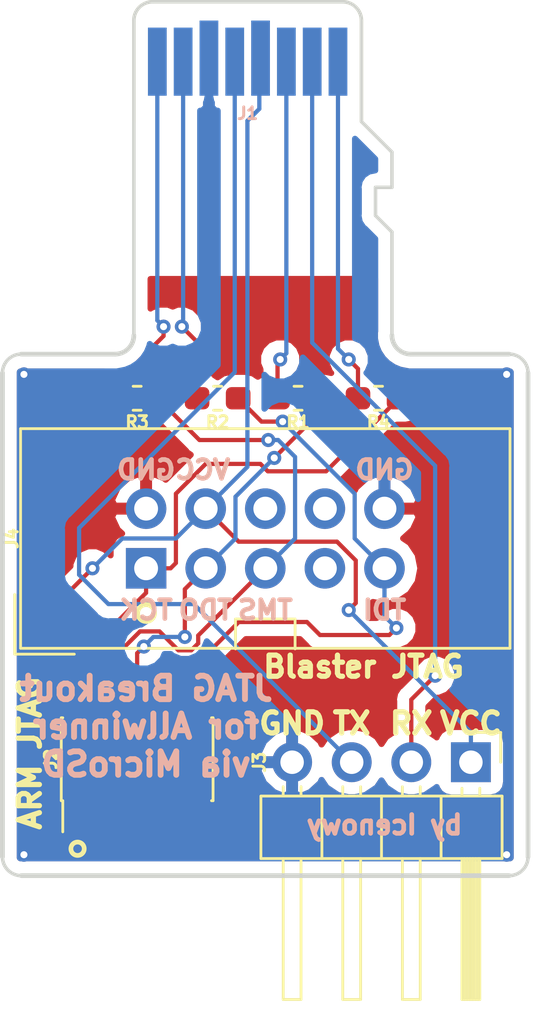
<source format=kicad_pcb>
(kicad_pcb (version 20171130) (host pcbnew 5.0.2)

  (general
    (thickness 0.8)
    (drawings 42)
    (tracks 133)
    (zones 0)
    (modules 8)
    (nets 18)
  )

  (page A4)
  (layers
    (0 F.Cu signal)
    (31 B.Cu signal)
    (32 B.Adhes user)
    (33 F.Adhes user)
    (34 B.Paste user)
    (35 F.Paste user)
    (36 B.SilkS user)
    (37 F.SilkS user)
    (38 B.Mask user)
    (39 F.Mask user)
    (40 Dwgs.User user)
    (41 Cmts.User user)
    (42 Eco1.User user)
    (43 Eco2.User user)
    (44 Edge.Cuts user)
    (45 Margin user)
    (46 B.CrtYd user)
    (47 F.CrtYd user)
    (48 B.Fab user)
    (49 F.Fab user)
  )

  (setup
    (last_trace_width 0.18)
    (trace_clearance 0.18)
    (zone_clearance 0.508)
    (zone_45_only no)
    (trace_min 0.18)
    (segment_width 0.2)
    (edge_width 0.15)
    (via_size 0.6)
    (via_drill 0.3)
    (via_min_size 0.4)
    (via_min_drill 0.3)
    (uvia_size 0.3)
    (uvia_drill 0.1)
    (uvias_allowed no)
    (uvia_min_size 0.2)
    (uvia_min_drill 0.1)
    (pcb_text_width 0.3)
    (pcb_text_size 1.5 1.5)
    (mod_edge_width 0.15)
    (mod_text_size 0.5 0.5)
    (mod_text_width 0.125)
    (pad_size 1.524 1.524)
    (pad_drill 0.762)
    (pad_to_mask_clearance 0.051)
    (solder_mask_min_width 0.25)
    (aux_axis_origin 106.4 60.2)
    (visible_elements FFFFFF7F)
    (pcbplotparams
      (layerselection 0x010fc_ffffffff)
      (usegerberextensions false)
      (usegerberattributes false)
      (usegerberadvancedattributes false)
      (creategerberjobfile false)
      (excludeedgelayer true)
      (linewidth 0.100000)
      (plotframeref false)
      (viasonmask false)
      (mode 1)
      (useauxorigin false)
      (hpglpennumber 1)
      (hpglpenspeed 20)
      (hpglpendiameter 15.000000)
      (psnegative false)
      (psa4output false)
      (plotreference true)
      (plotvalue true)
      (plotinvisibletext false)
      (padsonsilk false)
      (subtractmaskfromsilk false)
      (outputformat 1)
      (mirror false)
      (drillshape 1)
      (scaleselection 1)
      (outputdirectory ""))
  )

  (net 0 "")
  (net 1 /DAT1)
  (net 2 /DAT0)
  (net 3 GND)
  (net 4 /CLK)
  (net 5 /CMD)
  (net 6 /DAT3)
  (net 7 /DAT2)
  (net 8 /VTGT)
  (net 9 /JTCK_O)
  (net 10 /JTDI_O)
  (net 11 /JTMS_O)
  (net 12 /JTDO_O)
  (net 13 "Net-(J2-Pad7)")
  (net 14 "Net-(J2-Pad10)")
  (net 15 "Net-(J4-Pad6)")
  (net 16 "Net-(J4-Pad7)")
  (net 17 "Net-(J4-Pad8)")

  (net_class Default 这是默认网络组.
    (clearance 0.18)
    (trace_width 0.18)
    (via_dia 0.6)
    (via_drill 0.3)
    (uvia_dia 0.3)
    (uvia_drill 0.1)
    (add_net /CLK)
    (add_net /CMD)
    (add_net /DAT0)
    (add_net /DAT1)
    (add_net /DAT2)
    (add_net /DAT3)
    (add_net /JTCK_O)
    (add_net /JTDI_O)
    (add_net /JTDO_O)
    (add_net /JTMS_O)
    (add_net /VTGT)
    (add_net GND)
    (add_net "Net-(J2-Pad10)")
    (add_net "Net-(J2-Pad7)")
    (add_net "Net-(J4-Pad6)")
    (add_net "Net-(J4-Pad7)")
    (add_net "Net-(J4-Pad8)")
  )

  (module Connector_IDC:IDC-Header_2x05_P2.54mm_Vertical (layer F.Cu) (tedit 59DE0611) (tstamp 5CA6E556)
    (at 112.522 47.117 90)
    (descr "Through hole straight IDC box header, 2x05, 2.54mm pitch, double rows")
    (tags "Through hole IDC box header THT 2x05 2.54mm double row")
    (path /5C9939B7)
    (fp_text reference J4 (at 1.27 -5.715 90) (layer F.SilkS)
      (effects (font (size 0.5 0.5) (thickness 0.125)))
    )
    (fp_text value "Blaster JTAG" (at 1.27 16.764 90) (layer F.Fab)
      (effects (font (size 1 1) (thickness 0.15)))
    )
    (fp_line (start -3.655 -5.6) (end -1.115 -5.6) (layer F.SilkS) (width 0.12))
    (fp_line (start -3.655 -5.6) (end -3.655 -3.06) (layer F.SilkS) (width 0.12))
    (fp_line (start -3.405 -5.35) (end 5.945 -5.35) (layer F.SilkS) (width 0.12))
    (fp_line (start -3.405 15.51) (end -3.405 -5.35) (layer F.SilkS) (width 0.12))
    (fp_line (start 5.945 15.51) (end -3.405 15.51) (layer F.SilkS) (width 0.12))
    (fp_line (start 5.945 -5.35) (end 5.945 15.51) (layer F.SilkS) (width 0.12))
    (fp_line (start -3.41 -5.35) (end 5.95 -5.35) (layer F.CrtYd) (width 0.05))
    (fp_line (start -3.41 15.51) (end -3.41 -5.35) (layer F.CrtYd) (width 0.05))
    (fp_line (start 5.95 15.51) (end -3.41 15.51) (layer F.CrtYd) (width 0.05))
    (fp_line (start 5.95 -5.35) (end 5.95 15.51) (layer F.CrtYd) (width 0.05))
    (fp_line (start -3.155 15.26) (end -2.605 14.7) (layer F.Fab) (width 0.1))
    (fp_line (start -3.155 -5.1) (end -2.605 -4.56) (layer F.Fab) (width 0.1))
    (fp_line (start 5.695 15.26) (end 5.145 14.7) (layer F.Fab) (width 0.1))
    (fp_line (start 5.695 -5.1) (end 5.145 -4.56) (layer F.Fab) (width 0.1))
    (fp_line (start 5.145 14.7) (end -2.605 14.7) (layer F.Fab) (width 0.1))
    (fp_line (start 5.695 15.26) (end -3.155 15.26) (layer F.Fab) (width 0.1))
    (fp_line (start 5.145 -4.56) (end -2.605 -4.56) (layer F.Fab) (width 0.1))
    (fp_line (start 5.695 -5.1) (end -3.155 -5.1) (layer F.Fab) (width 0.1))
    (fp_line (start -2.605 7.33) (end -3.155 7.33) (layer F.Fab) (width 0.1))
    (fp_line (start -2.605 2.83) (end -3.155 2.83) (layer F.Fab) (width 0.1))
    (fp_line (start -2.605 7.33) (end -2.605 14.7) (layer F.Fab) (width 0.1))
    (fp_line (start -2.605 -4.56) (end -2.605 2.83) (layer F.Fab) (width 0.1))
    (fp_line (start -3.155 -5.1) (end -3.155 15.26) (layer F.Fab) (width 0.1))
    (fp_line (start 5.145 -4.56) (end 5.145 14.7) (layer F.Fab) (width 0.1))
    (fp_line (start 5.695 -5.1) (end 5.695 15.26) (layer F.Fab) (width 0.1))
    (fp_text user %R (at 1.27 5.08 90) (layer F.Fab)
      (effects (font (size 1 1) (thickness 0.15)))
    )
    (pad 10 thru_hole oval (at 2.54 10.16 90) (size 1.7272 1.7272) (drill 1.016) (layers *.Cu *.Mask)
      (net 3 GND))
    (pad 9 thru_hole oval (at 0 10.16 90) (size 1.7272 1.7272) (drill 1.016) (layers *.Cu *.Mask)
      (net 10 /JTDI_O))
    (pad 8 thru_hole oval (at 2.54 7.62 90) (size 1.7272 1.7272) (drill 1.016) (layers *.Cu *.Mask)
      (net 17 "Net-(J4-Pad8)"))
    (pad 7 thru_hole oval (at 0 7.62 90) (size 1.7272 1.7272) (drill 1.016) (layers *.Cu *.Mask)
      (net 16 "Net-(J4-Pad7)"))
    (pad 6 thru_hole oval (at 2.54 5.08 90) (size 1.7272 1.7272) (drill 1.016) (layers *.Cu *.Mask)
      (net 15 "Net-(J4-Pad6)"))
    (pad 5 thru_hole oval (at 0 5.08 90) (size 1.7272 1.7272) (drill 1.016) (layers *.Cu *.Mask)
      (net 11 /JTMS_O))
    (pad 4 thru_hole oval (at 2.54 2.54 90) (size 1.7272 1.7272) (drill 1.016) (layers *.Cu *.Mask)
      (net 8 /VTGT))
    (pad 3 thru_hole oval (at 0 2.54 90) (size 1.7272 1.7272) (drill 1.016) (layers *.Cu *.Mask)
      (net 12 /JTDO_O))
    (pad 2 thru_hole oval (at 2.54 0 90) (size 1.7272 1.7272) (drill 1.016) (layers *.Cu *.Mask)
      (net 3 GND))
    (pad 1 thru_hole rect (at 0 0 90) (size 1.7272 1.7272) (drill 1.016) (layers *.Cu *.Mask)
      (net 9 /JTCK_O))
    (model ${KISYS3DMOD}/Connector_IDC.3dshapes/IDC-Header_2x05_P2.54mm_Vertical.wrl
      (at (xyz 0 0 0))
      (scale (xyz 1 1 1))
      (rotate (xyz 0 0 0))
    )
  )

  (module Resistor_SMD:R_0603_1608Metric_Pad1.05x0.95mm_HandSolder (layer F.Cu) (tedit 5B301BBD) (tstamp 5CA722E1)
    (at 122.428 39.878 180)
    (descr "Resistor SMD 0603 (1608 Metric), square (rectangular) end terminal, IPC_7351 nominal with elongated pad for handsoldering. (Body size source: http://www.tortai-tech.com/upload/download/2011102023233369053.pdf), generated with kicad-footprint-generator")
    (tags "resistor handsolder")
    (path /5C99598A)
    (attr smd)
    (fp_text reference R4 (at 0 -1.016 180) (layer F.SilkS)
      (effects (font (size 0.5 0.5) (thickness 0.125)))
    )
    (fp_text value 47R (at 0 1.43 180) (layer F.Fab)
      (effects (font (size 1 1) (thickness 0.15)))
    )
    (fp_text user %R (at 0 0 180) (layer F.Fab)
      (effects (font (size 0.4 0.4) (thickness 0.06)))
    )
    (fp_line (start 1.65 0.73) (end -1.65 0.73) (layer F.CrtYd) (width 0.05))
    (fp_line (start 1.65 -0.73) (end 1.65 0.73) (layer F.CrtYd) (width 0.05))
    (fp_line (start -1.65 -0.73) (end 1.65 -0.73) (layer F.CrtYd) (width 0.05))
    (fp_line (start -1.65 0.73) (end -1.65 -0.73) (layer F.CrtYd) (width 0.05))
    (fp_line (start -0.171267 0.51) (end 0.171267 0.51) (layer F.SilkS) (width 0.12))
    (fp_line (start -0.171267 -0.51) (end 0.171267 -0.51) (layer F.SilkS) (width 0.12))
    (fp_line (start 0.8 0.4) (end -0.8 0.4) (layer F.Fab) (width 0.1))
    (fp_line (start 0.8 -0.4) (end 0.8 0.4) (layer F.Fab) (width 0.1))
    (fp_line (start -0.8 -0.4) (end 0.8 -0.4) (layer F.Fab) (width 0.1))
    (fp_line (start -0.8 0.4) (end -0.8 -0.4) (layer F.Fab) (width 0.1))
    (pad 2 smd roundrect (at 0.875 0 180) (size 1.05 0.95) (layers F.Cu F.Paste F.Mask) (roundrect_rratio 0.25)
      (net 7 /DAT2))
    (pad 1 smd roundrect (at -0.875 0 180) (size 1.05 0.95) (layers F.Cu F.Paste F.Mask) (roundrect_rratio 0.25)
      (net 9 /JTCK_O))
    (model ${KISYS3DMOD}/Resistor_SMD.3dshapes/R_0603_1608Metric.wrl
      (at (xyz 0 0 0))
      (scale (xyz 1 1 1))
      (rotate (xyz 0 0 0))
    )
  )

  (module Connector_PinHeader_1.27mm:PinHeader_2x05_P1.27mm_Vertical_SMD (layer F.Cu) (tedit 59FED6E3) (tstamp 5CA6F395)
    (at 112.141 55.245 90)
    (descr "surface-mounted straight pin header, 2x05, 1.27mm pitch, double rows")
    (tags "Surface mounted pin header SMD 2x05 1.27mm double row")
    (path /5C992E85)
    (attr smd)
    (fp_text reference J2 (at 0 -3.683 90) (layer F.SilkS)
      (effects (font (size 0.5 0.5) (thickness 0.125)))
    )
    (fp_text value "ARM JTAG" (at 0 4.235 90) (layer F.Fab)
      (effects (font (size 1 1) (thickness 0.15)))
    )
    (fp_text user %R (at 0 0 180) (layer F.Fab)
      (effects (font (size 1 1) (thickness 0.15)))
    )
    (fp_line (start 4.3 -3.7) (end -4.3 -3.7) (layer F.CrtYd) (width 0.05))
    (fp_line (start 4.3 3.7) (end 4.3 -3.7) (layer F.CrtYd) (width 0.05))
    (fp_line (start -4.3 3.7) (end 4.3 3.7) (layer F.CrtYd) (width 0.05))
    (fp_line (start -4.3 -3.7) (end -4.3 3.7) (layer F.CrtYd) (width 0.05))
    (fp_line (start 1.765 3.17) (end 1.765 3.235) (layer F.SilkS) (width 0.12))
    (fp_line (start -1.765 3.17) (end -1.765 3.235) (layer F.SilkS) (width 0.12))
    (fp_line (start 1.765 -3.235) (end 1.765 -3.17) (layer F.SilkS) (width 0.12))
    (fp_line (start -1.765 -3.235) (end -1.765 -3.17) (layer F.SilkS) (width 0.12))
    (fp_line (start -3.09 -3.17) (end -1.765 -3.17) (layer F.SilkS) (width 0.12))
    (fp_line (start -1.765 3.235) (end 1.765 3.235) (layer F.SilkS) (width 0.12))
    (fp_line (start -1.765 -3.235) (end 1.765 -3.235) (layer F.SilkS) (width 0.12))
    (fp_line (start 2.75 2.74) (end 1.705 2.74) (layer F.Fab) (width 0.1))
    (fp_line (start 2.75 2.34) (end 2.75 2.74) (layer F.Fab) (width 0.1))
    (fp_line (start 1.705 2.34) (end 2.75 2.34) (layer F.Fab) (width 0.1))
    (fp_line (start -2.75 2.74) (end -1.705 2.74) (layer F.Fab) (width 0.1))
    (fp_line (start -2.75 2.34) (end -2.75 2.74) (layer F.Fab) (width 0.1))
    (fp_line (start -1.705 2.34) (end -2.75 2.34) (layer F.Fab) (width 0.1))
    (fp_line (start 2.75 1.47) (end 1.705 1.47) (layer F.Fab) (width 0.1))
    (fp_line (start 2.75 1.07) (end 2.75 1.47) (layer F.Fab) (width 0.1))
    (fp_line (start 1.705 1.07) (end 2.75 1.07) (layer F.Fab) (width 0.1))
    (fp_line (start -2.75 1.47) (end -1.705 1.47) (layer F.Fab) (width 0.1))
    (fp_line (start -2.75 1.07) (end -2.75 1.47) (layer F.Fab) (width 0.1))
    (fp_line (start -1.705 1.07) (end -2.75 1.07) (layer F.Fab) (width 0.1))
    (fp_line (start 2.75 0.2) (end 1.705 0.2) (layer F.Fab) (width 0.1))
    (fp_line (start 2.75 -0.2) (end 2.75 0.2) (layer F.Fab) (width 0.1))
    (fp_line (start 1.705 -0.2) (end 2.75 -0.2) (layer F.Fab) (width 0.1))
    (fp_line (start -2.75 0.2) (end -1.705 0.2) (layer F.Fab) (width 0.1))
    (fp_line (start -2.75 -0.2) (end -2.75 0.2) (layer F.Fab) (width 0.1))
    (fp_line (start -1.705 -0.2) (end -2.75 -0.2) (layer F.Fab) (width 0.1))
    (fp_line (start 2.75 -1.07) (end 1.705 -1.07) (layer F.Fab) (width 0.1))
    (fp_line (start 2.75 -1.47) (end 2.75 -1.07) (layer F.Fab) (width 0.1))
    (fp_line (start 1.705 -1.47) (end 2.75 -1.47) (layer F.Fab) (width 0.1))
    (fp_line (start -2.75 -1.07) (end -1.705 -1.07) (layer F.Fab) (width 0.1))
    (fp_line (start -2.75 -1.47) (end -2.75 -1.07) (layer F.Fab) (width 0.1))
    (fp_line (start -1.705 -1.47) (end -2.75 -1.47) (layer F.Fab) (width 0.1))
    (fp_line (start 2.75 -2.34) (end 1.705 -2.34) (layer F.Fab) (width 0.1))
    (fp_line (start 2.75 -2.74) (end 2.75 -2.34) (layer F.Fab) (width 0.1))
    (fp_line (start 1.705 -2.74) (end 2.75 -2.74) (layer F.Fab) (width 0.1))
    (fp_line (start -2.75 -2.34) (end -1.705 -2.34) (layer F.Fab) (width 0.1))
    (fp_line (start -2.75 -2.74) (end -2.75 -2.34) (layer F.Fab) (width 0.1))
    (fp_line (start -1.705 -2.74) (end -2.75 -2.74) (layer F.Fab) (width 0.1))
    (fp_line (start 1.705 -3.175) (end 1.705 3.175) (layer F.Fab) (width 0.1))
    (fp_line (start -1.705 -2.74) (end -1.27 -3.175) (layer F.Fab) (width 0.1))
    (fp_line (start -1.705 3.175) (end -1.705 -2.74) (layer F.Fab) (width 0.1))
    (fp_line (start -1.27 -3.175) (end 1.705 -3.175) (layer F.Fab) (width 0.1))
    (fp_line (start 1.705 3.175) (end -1.705 3.175) (layer F.Fab) (width 0.1))
    (pad 10 smd rect (at 1.95 2.54 90) (size 2.4 0.74) (layers F.Cu F.Paste F.Mask)
      (net 14 "Net-(J2-Pad10)"))
    (pad 9 smd rect (at -1.95 2.54 90) (size 2.4 0.74) (layers F.Cu F.Paste F.Mask)
      (net 3 GND))
    (pad 8 smd rect (at 1.95 1.27 90) (size 2.4 0.74) (layers F.Cu F.Paste F.Mask)
      (net 10 /JTDI_O))
    (pad 7 smd rect (at -1.95 1.27 90) (size 2.4 0.74) (layers F.Cu F.Paste F.Mask)
      (net 13 "Net-(J2-Pad7)"))
    (pad 6 smd rect (at 1.95 0 90) (size 2.4 0.74) (layers F.Cu F.Paste F.Mask)
      (net 12 /JTDO_O))
    (pad 5 smd rect (at -1.95 0 90) (size 2.4 0.74) (layers F.Cu F.Paste F.Mask)
      (net 3 GND))
    (pad 4 smd rect (at 1.95 -1.27 90) (size 2.4 0.74) (layers F.Cu F.Paste F.Mask)
      (net 9 /JTCK_O))
    (pad 3 smd rect (at -1.95 -1.27 90) (size 2.4 0.74) (layers F.Cu F.Paste F.Mask)
      (net 3 GND))
    (pad 2 smd rect (at 1.95 -2.54 90) (size 2.4 0.74) (layers F.Cu F.Paste F.Mask)
      (net 11 /JTMS_O))
    (pad 1 smd rect (at -1.95 -2.54 90) (size 2.4 0.74) (layers F.Cu F.Paste F.Mask)
      (net 8 /VTGT))
    (model ${KISYS3DMOD}/Connector_PinHeader_1.27mm.3dshapes/PinHeader_2x05_P1.27mm_Vertical_SMD.wrl
      (at (xyz 0 0 0))
      (scale (xyz 1 1 1))
      (rotate (xyz 0 0 0))
    )
  )

  (module Connector_PinHeader_2.54mm:PinHeader_1x04_P2.54mm_Horizontal (layer F.Cu) (tedit 59FED5CB) (tstamp 5CA6E4F1)
    (at 126.365 55.372 270)
    (descr "Through hole angled pin header, 1x04, 2.54mm pitch, 6mm pin length, single row")
    (tags "Through hole angled pin header THT 1x04 2.54mm single row")
    (path /5C994976)
    (fp_text reference J3 (at 0 9.017 270) (layer F.SilkS)
      (effects (font (size 0.5 0.5) (thickness 0.125)))
    )
    (fp_text value Conn_01x04_Male (at 4.385 9.89 270) (layer F.Fab)
      (effects (font (size 1 1) (thickness 0.15)))
    )
    (fp_text user %R (at 2.77 3.81) (layer F.Fab)
      (effects (font (size 1 1) (thickness 0.15)))
    )
    (fp_line (start 10.55 -1.8) (end -1.8 -1.8) (layer F.CrtYd) (width 0.05))
    (fp_line (start 10.55 9.4) (end 10.55 -1.8) (layer F.CrtYd) (width 0.05))
    (fp_line (start -1.8 9.4) (end 10.55 9.4) (layer F.CrtYd) (width 0.05))
    (fp_line (start -1.8 -1.8) (end -1.8 9.4) (layer F.CrtYd) (width 0.05))
    (fp_line (start -1.27 -1.27) (end 0 -1.27) (layer F.SilkS) (width 0.12))
    (fp_line (start -1.27 0) (end -1.27 -1.27) (layer F.SilkS) (width 0.12))
    (fp_line (start 1.042929 8) (end 1.44 8) (layer F.SilkS) (width 0.12))
    (fp_line (start 1.042929 7.24) (end 1.44 7.24) (layer F.SilkS) (width 0.12))
    (fp_line (start 10.1 8) (end 4.1 8) (layer F.SilkS) (width 0.12))
    (fp_line (start 10.1 7.24) (end 10.1 8) (layer F.SilkS) (width 0.12))
    (fp_line (start 4.1 7.24) (end 10.1 7.24) (layer F.SilkS) (width 0.12))
    (fp_line (start 1.44 6.35) (end 4.1 6.35) (layer F.SilkS) (width 0.12))
    (fp_line (start 1.042929 5.46) (end 1.44 5.46) (layer F.SilkS) (width 0.12))
    (fp_line (start 1.042929 4.7) (end 1.44 4.7) (layer F.SilkS) (width 0.12))
    (fp_line (start 10.1 5.46) (end 4.1 5.46) (layer F.SilkS) (width 0.12))
    (fp_line (start 10.1 4.7) (end 10.1 5.46) (layer F.SilkS) (width 0.12))
    (fp_line (start 4.1 4.7) (end 10.1 4.7) (layer F.SilkS) (width 0.12))
    (fp_line (start 1.44 3.81) (end 4.1 3.81) (layer F.SilkS) (width 0.12))
    (fp_line (start 1.042929 2.92) (end 1.44 2.92) (layer F.SilkS) (width 0.12))
    (fp_line (start 1.042929 2.16) (end 1.44 2.16) (layer F.SilkS) (width 0.12))
    (fp_line (start 10.1 2.92) (end 4.1 2.92) (layer F.SilkS) (width 0.12))
    (fp_line (start 10.1 2.16) (end 10.1 2.92) (layer F.SilkS) (width 0.12))
    (fp_line (start 4.1 2.16) (end 10.1 2.16) (layer F.SilkS) (width 0.12))
    (fp_line (start 1.44 1.27) (end 4.1 1.27) (layer F.SilkS) (width 0.12))
    (fp_line (start 1.11 0.38) (end 1.44 0.38) (layer F.SilkS) (width 0.12))
    (fp_line (start 1.11 -0.38) (end 1.44 -0.38) (layer F.SilkS) (width 0.12))
    (fp_line (start 4.1 0.28) (end 10.1 0.28) (layer F.SilkS) (width 0.12))
    (fp_line (start 4.1 0.16) (end 10.1 0.16) (layer F.SilkS) (width 0.12))
    (fp_line (start 4.1 0.04) (end 10.1 0.04) (layer F.SilkS) (width 0.12))
    (fp_line (start 4.1 -0.08) (end 10.1 -0.08) (layer F.SilkS) (width 0.12))
    (fp_line (start 4.1 -0.2) (end 10.1 -0.2) (layer F.SilkS) (width 0.12))
    (fp_line (start 4.1 -0.32) (end 10.1 -0.32) (layer F.SilkS) (width 0.12))
    (fp_line (start 10.1 0.38) (end 4.1 0.38) (layer F.SilkS) (width 0.12))
    (fp_line (start 10.1 -0.38) (end 10.1 0.38) (layer F.SilkS) (width 0.12))
    (fp_line (start 4.1 -0.38) (end 10.1 -0.38) (layer F.SilkS) (width 0.12))
    (fp_line (start 4.1 -1.33) (end 1.44 -1.33) (layer F.SilkS) (width 0.12))
    (fp_line (start 4.1 8.95) (end 4.1 -1.33) (layer F.SilkS) (width 0.12))
    (fp_line (start 1.44 8.95) (end 4.1 8.95) (layer F.SilkS) (width 0.12))
    (fp_line (start 1.44 -1.33) (end 1.44 8.95) (layer F.SilkS) (width 0.12))
    (fp_line (start 4.04 7.94) (end 10.04 7.94) (layer F.Fab) (width 0.1))
    (fp_line (start 10.04 7.3) (end 10.04 7.94) (layer F.Fab) (width 0.1))
    (fp_line (start 4.04 7.3) (end 10.04 7.3) (layer F.Fab) (width 0.1))
    (fp_line (start -0.32 7.94) (end 1.5 7.94) (layer F.Fab) (width 0.1))
    (fp_line (start -0.32 7.3) (end -0.32 7.94) (layer F.Fab) (width 0.1))
    (fp_line (start -0.32 7.3) (end 1.5 7.3) (layer F.Fab) (width 0.1))
    (fp_line (start 4.04 5.4) (end 10.04 5.4) (layer F.Fab) (width 0.1))
    (fp_line (start 10.04 4.76) (end 10.04 5.4) (layer F.Fab) (width 0.1))
    (fp_line (start 4.04 4.76) (end 10.04 4.76) (layer F.Fab) (width 0.1))
    (fp_line (start -0.32 5.4) (end 1.5 5.4) (layer F.Fab) (width 0.1))
    (fp_line (start -0.32 4.76) (end -0.32 5.4) (layer F.Fab) (width 0.1))
    (fp_line (start -0.32 4.76) (end 1.5 4.76) (layer F.Fab) (width 0.1))
    (fp_line (start 4.04 2.86) (end 10.04 2.86) (layer F.Fab) (width 0.1))
    (fp_line (start 10.04 2.22) (end 10.04 2.86) (layer F.Fab) (width 0.1))
    (fp_line (start 4.04 2.22) (end 10.04 2.22) (layer F.Fab) (width 0.1))
    (fp_line (start -0.32 2.86) (end 1.5 2.86) (layer F.Fab) (width 0.1))
    (fp_line (start -0.32 2.22) (end -0.32 2.86) (layer F.Fab) (width 0.1))
    (fp_line (start -0.32 2.22) (end 1.5 2.22) (layer F.Fab) (width 0.1))
    (fp_line (start 4.04 0.32) (end 10.04 0.32) (layer F.Fab) (width 0.1))
    (fp_line (start 10.04 -0.32) (end 10.04 0.32) (layer F.Fab) (width 0.1))
    (fp_line (start 4.04 -0.32) (end 10.04 -0.32) (layer F.Fab) (width 0.1))
    (fp_line (start -0.32 0.32) (end 1.5 0.32) (layer F.Fab) (width 0.1))
    (fp_line (start -0.32 -0.32) (end -0.32 0.32) (layer F.Fab) (width 0.1))
    (fp_line (start -0.32 -0.32) (end 1.5 -0.32) (layer F.Fab) (width 0.1))
    (fp_line (start 1.5 -0.635) (end 2.135 -1.27) (layer F.Fab) (width 0.1))
    (fp_line (start 1.5 8.89) (end 1.5 -0.635) (layer F.Fab) (width 0.1))
    (fp_line (start 4.04 8.89) (end 1.5 8.89) (layer F.Fab) (width 0.1))
    (fp_line (start 4.04 -1.27) (end 4.04 8.89) (layer F.Fab) (width 0.1))
    (fp_line (start 2.135 -1.27) (end 4.04 -1.27) (layer F.Fab) (width 0.1))
    (pad 4 thru_hole oval (at 0 7.62 270) (size 1.7 1.7) (drill 1) (layers *.Cu *.Mask)
      (net 3 GND))
    (pad 3 thru_hole oval (at 0 5.08 270) (size 1.7 1.7) (drill 1) (layers *.Cu *.Mask)
      (net 4 /CLK))
    (pad 2 thru_hole oval (at 0 2.54 270) (size 1.7 1.7) (drill 1) (layers *.Cu *.Mask)
      (net 6 /DAT3))
    (pad 1 thru_hole rect (at 0 0 270) (size 1.7 1.7) (drill 1) (layers *.Cu *.Mask)
      (net 8 /VTGT))
    (model ${KISYS3DMOD}/Connector_PinHeader_2.54mm.3dshapes/PinHeader_1x04_P2.54mm_Horizontal.wrl
      (at (xyz 0 0 0))
      (scale (xyz 1 1 1))
      (rotate (xyz 0 0 0))
    )
  )

  (module Resistor_SMD:R_0603_1608Metric_Pad1.05x0.95mm_HandSolder (layer F.Cu) (tedit 5B301BBD) (tstamp 5CA6E46B)
    (at 112.141 39.878 180)
    (descr "Resistor SMD 0603 (1608 Metric), square (rectangular) end terminal, IPC_7351 nominal with elongated pad for handsoldering. (Body size source: http://www.tortai-tech.com/upload/download/2011102023233369053.pdf), generated with kicad-footprint-generator")
    (tags "resistor handsolder")
    (path /5C995964)
    (attr smd)
    (fp_text reference R3 (at 0 -1.016 180) (layer F.SilkS)
      (effects (font (size 0.5 0.5) (thickness 0.125)))
    )
    (fp_text value 47R (at 0 1.43 180) (layer F.Fab)
      (effects (font (size 1 1) (thickness 0.15)))
    )
    (fp_text user %R (at 0 0 180) (layer F.Fab)
      (effects (font (size 0.4 0.4) (thickness 0.06)))
    )
    (fp_line (start 1.65 0.73) (end -1.65 0.73) (layer F.CrtYd) (width 0.05))
    (fp_line (start 1.65 -0.73) (end 1.65 0.73) (layer F.CrtYd) (width 0.05))
    (fp_line (start -1.65 -0.73) (end 1.65 -0.73) (layer F.CrtYd) (width 0.05))
    (fp_line (start -1.65 0.73) (end -1.65 -0.73) (layer F.CrtYd) (width 0.05))
    (fp_line (start -0.171267 0.51) (end 0.171267 0.51) (layer F.SilkS) (width 0.12))
    (fp_line (start -0.171267 -0.51) (end 0.171267 -0.51) (layer F.SilkS) (width 0.12))
    (fp_line (start 0.8 0.4) (end -0.8 0.4) (layer F.Fab) (width 0.1))
    (fp_line (start 0.8 -0.4) (end 0.8 0.4) (layer F.Fab) (width 0.1))
    (fp_line (start -0.8 -0.4) (end 0.8 -0.4) (layer F.Fab) (width 0.1))
    (fp_line (start -0.8 0.4) (end -0.8 -0.4) (layer F.Fab) (width 0.1))
    (pad 2 smd roundrect (at 0.875 0 180) (size 1.05 0.95) (layers F.Cu F.Paste F.Mask) (roundrect_rratio 0.25)
      (net 1 /DAT1))
    (pad 1 smd roundrect (at -0.875 0 180) (size 1.05 0.95) (layers F.Cu F.Paste F.Mask) (roundrect_rratio 0.25)
      (net 11 /JTMS_O))
    (model ${KISYS3DMOD}/Resistor_SMD.3dshapes/R_0603_1608Metric.wrl
      (at (xyz 0 0 0))
      (scale (xyz 1 1 1))
      (rotate (xyz 0 0 0))
    )
  )

  (module Resistor_SMD:R_0603_1608Metric_Pad1.05x0.95mm_HandSolder (layer F.Cu) (tedit 5B301BBD) (tstamp 5CA6E45A)
    (at 115.57 39.878 180)
    (descr "Resistor SMD 0603 (1608 Metric), square (rectangular) end terminal, IPC_7351 nominal with elongated pad for handsoldering. (Body size source: http://www.tortai-tech.com/upload/download/2011102023233369053.pdf), generated with kicad-footprint-generator")
    (tags "resistor handsolder")
    (path /5C995940)
    (attr smd)
    (fp_text reference R2 (at 0 -1.016 180) (layer F.SilkS)
      (effects (font (size 0.5 0.5) (thickness 0.125)))
    )
    (fp_text value 47R (at 0 1.43 180) (layer F.Fab)
      (effects (font (size 1 1) (thickness 0.15)))
    )
    (fp_text user %R (at 0 0 180) (layer F.Fab)
      (effects (font (size 0.4 0.4) (thickness 0.06)))
    )
    (fp_line (start 1.65 0.73) (end -1.65 0.73) (layer F.CrtYd) (width 0.05))
    (fp_line (start 1.65 -0.73) (end 1.65 0.73) (layer F.CrtYd) (width 0.05))
    (fp_line (start -1.65 -0.73) (end 1.65 -0.73) (layer F.CrtYd) (width 0.05))
    (fp_line (start -1.65 0.73) (end -1.65 -0.73) (layer F.CrtYd) (width 0.05))
    (fp_line (start -0.171267 0.51) (end 0.171267 0.51) (layer F.SilkS) (width 0.12))
    (fp_line (start -0.171267 -0.51) (end 0.171267 -0.51) (layer F.SilkS) (width 0.12))
    (fp_line (start 0.8 0.4) (end -0.8 0.4) (layer F.Fab) (width 0.1))
    (fp_line (start 0.8 -0.4) (end 0.8 0.4) (layer F.Fab) (width 0.1))
    (fp_line (start -0.8 -0.4) (end 0.8 -0.4) (layer F.Fab) (width 0.1))
    (fp_line (start -0.8 0.4) (end -0.8 -0.4) (layer F.Fab) (width 0.1))
    (pad 2 smd roundrect (at 0.875 0 180) (size 1.05 0.95) (layers F.Cu F.Paste F.Mask) (roundrect_rratio 0.25)
      (net 2 /DAT0))
    (pad 1 smd roundrect (at -0.875 0 180) (size 1.05 0.95) (layers F.Cu F.Paste F.Mask) (roundrect_rratio 0.25)
      (net 10 /JTDI_O))
    (model ${KISYS3DMOD}/Resistor_SMD.3dshapes/R_0603_1608Metric.wrl
      (at (xyz 0 0 0))
      (scale (xyz 1 1 1))
      (rotate (xyz 0 0 0))
    )
  )

  (module Resistor_SMD:R_0603_1608Metric_Pad1.05x0.95mm_HandSolder (layer F.Cu) (tedit 5B301BBD) (tstamp 5CA6E449)
    (at 118.999 39.878 180)
    (descr "Resistor SMD 0603 (1608 Metric), square (rectangular) end terminal, IPC_7351 nominal with elongated pad for handsoldering. (Body size source: http://www.tortai-tech.com/upload/download/2011102023233369053.pdf), generated with kicad-footprint-generator")
    (tags "resistor handsolder")
    (path /5C995914)
    (attr smd)
    (fp_text reference R1 (at 0 -1.016 180) (layer F.SilkS)
      (effects (font (size 0.5 0.5) (thickness 0.125)))
    )
    (fp_text value 47R (at 0 1.43 180) (layer F.Fab)
      (effects (font (size 1 1) (thickness 0.15)))
    )
    (fp_text user %R (at 0 0 180) (layer F.Fab)
      (effects (font (size 0.4 0.4) (thickness 0.06)))
    )
    (fp_line (start 1.65 0.73) (end -1.65 0.73) (layer F.CrtYd) (width 0.05))
    (fp_line (start 1.65 -0.73) (end 1.65 0.73) (layer F.CrtYd) (width 0.05))
    (fp_line (start -1.65 -0.73) (end 1.65 -0.73) (layer F.CrtYd) (width 0.05))
    (fp_line (start -1.65 0.73) (end -1.65 -0.73) (layer F.CrtYd) (width 0.05))
    (fp_line (start -0.171267 0.51) (end 0.171267 0.51) (layer F.SilkS) (width 0.12))
    (fp_line (start -0.171267 -0.51) (end 0.171267 -0.51) (layer F.SilkS) (width 0.12))
    (fp_line (start 0.8 0.4) (end -0.8 0.4) (layer F.Fab) (width 0.1))
    (fp_line (start 0.8 -0.4) (end 0.8 0.4) (layer F.Fab) (width 0.1))
    (fp_line (start -0.8 -0.4) (end 0.8 -0.4) (layer F.Fab) (width 0.1))
    (fp_line (start -0.8 0.4) (end -0.8 -0.4) (layer F.Fab) (width 0.1))
    (pad 2 smd roundrect (at 0.875 0 180) (size 1.05 0.95) (layers F.Cu F.Paste F.Mask) (roundrect_rratio 0.25)
      (net 5 /CMD))
    (pad 1 smd roundrect (at -0.875 0 180) (size 1.05 0.95) (layers F.Cu F.Paste F.Mask) (roundrect_rratio 0.25)
      (net 12 /JTDO_O))
    (model ${KISYS3DMOD}/Resistor_SMD.3dshapes/R_0603_1608Metric.wrl
      (at (xyz 0 0 0))
      (scale (xyz 1 1 1))
      (rotate (xyz 0 0 0))
    )
  )

  (module Icenowy_Packages:MicroSD (layer F.Cu) (tedit 5CA0A834) (tstamp 5C8E5524)
    (at 113 25.55)
    (path /5C8E8991)
    (fp_text reference J1 (at 3.85 2.2) (layer B.SilkS)
      (effects (font (size 0.5 0.5) (thickness 0.125)))
    )
    (fp_text value MicroSD (at 3.85 3.4) (layer F.Fab)
      (effects (font (size 1 1) (thickness 0.15)))
    )
    (fp_line (start -1 2.55) (end -1 -2.55) (layer F.CrtYd) (width 0.15))
    (fp_line (start 8.7 2.55) (end -1 2.55) (layer F.CrtYd) (width 0.15))
    (fp_line (start 8.7 -2.55) (end 8.7 2.55) (layer F.CrtYd) (width 0.15))
    (fp_line (start -1 -2.55) (end 8.7 -2.55) (layer F.CrtYd) (width 0.15))
    (fp_line (start 8.7 -1.75) (end 8.7 2.55) (layer F.SilkS) (width 0.15))
    (fp_line (start -1 -1.75) (end -1 2.55) (layer F.SilkS) (width 0.15))
    (fp_line (start -0.2 -2.55) (end 7.9 -2.55) (layer F.SilkS) (width 0.15))
    (fp_arc (start 7.9 -1.75) (end 8.7 -1.75) (angle -90) (layer F.SilkS) (width 0.15))
    (fp_arc (start -0.2 -1.75) (end -0.2 -2.55) (angle -90) (layer F.SilkS) (width 0.15))
    (pad 8 connect rect (at 0 0) (size 0.8 2.9) (layers B.Cu B.Mask)
      (net 1 /DAT1))
    (pad 7 connect rect (at 1.1 0) (size 0.8 2.9) (layers B.Cu B.Mask)
      (net 2 /DAT0))
    (pad 6 connect rect (at 2.2 -0.15) (size 0.8 3.2) (layers B.Cu B.Mask)
      (net 3 GND))
    (pad 4 connect rect (at 4.4 -0.15) (size 0.8 3.2) (layers B.Cu B.Mask)
      (net 8 /VTGT))
    (pad 5 connect rect (at 3.3 0) (size 0.8 2.9) (layers B.Cu B.Mask)
      (net 4 /CLK))
    (pad 3 connect rect (at 5.5 0) (size 0.8 2.9) (layers B.Cu B.Mask)
      (net 5 /CMD))
    (pad 2 connect rect (at 6.6 0) (size 0.8 2.9) (layers B.Cu B.Mask)
      (net 6 /DAT3))
    (pad 1 connect rect (at 7.7 0) (size 0.8 2.9) (layers B.Cu B.Mask)
      (net 7 /DAT2))
  )

  (gr_line (start 118.872 49.276) (end 118.872 50.546) (layer F.SilkS) (width 0.12))
  (gr_line (start 116.332 49.276) (end 118.872 49.276) (layer F.SilkS) (width 0.12))
  (gr_line (start 116.332 50.546) (end 116.332 49.276) (layer F.SilkS) (width 0.12))
  (gr_text "by Icenowy" (at 122.682 58.039) (layer B.SilkS)
    (effects (font (size 0.8 0.8) (thickness 0.2)) (justify mirror))
  )
  (gr_text "JTAG Breakout\nfor Allwinner\nvia MicroSD" (at 112.522 53.848) (layer B.SilkS)
    (effects (font (size 1 1) (thickness 0.25)) (justify mirror))
  )
  (gr_text TDI (at 122.682 48.895) (layer B.SilkS)
    (effects (font (size 0.8 0.8) (thickness 0.2)) (justify mirror))
  )
  (gr_text TMS (at 117.602 48.895) (layer B.SilkS)
    (effects (font (size 0.8 0.8) (thickness 0.2)) (justify mirror))
  )
  (gr_text TDO (at 115.062 48.895) (layer B.SilkS)
    (effects (font (size 0.8 0.8) (thickness 0.2)) (justify mirror))
  )
  (gr_text TCK (at 112.522 48.895) (layer B.SilkS)
    (effects (font (size 0.8 0.8) (thickness 0.2)) (justify mirror))
  )
  (gr_text GND (at 122.682 42.926) (layer B.SilkS) (tstamp 5C8E57ED)
    (effects (font (size 0.8 0.8) (thickness 0.2)) (justify mirror))
  )
  (gr_text VCC (at 114.935 42.926) (layer B.SilkS)
    (effects (font (size 0.8 0.8) (thickness 0.2)) (justify mirror))
  )
  (gr_text GND (at 112.522 42.926) (layer B.SilkS)
    (effects (font (size 0.8 0.8) (thickness 0.2)) (justify mirror))
  )
  (gr_arc (start 107.2 59.4) (end 106.4 59.4) (angle -90) (layer Edge.Cuts) (width 0.15) (tstamp 5CA727B6))
  (gr_arc (start 128 59.4) (end 128 60.2) (angle -90) (layer Edge.Cuts) (width 0.15) (tstamp 5CA727A8))
  (gr_circle (center 112.522 49.022) (end 112.776 49.276) (layer F.SilkS) (width 0.2))
  (gr_circle (center 109.601 59.055) (end 109.855 59.182) (layer F.SilkS) (width 0.2))
  (gr_text "ARM JTAG" (at 107.569 54.991 90) (layer F.SilkS)
    (effects (font (size 0.9 0.9) (thickness 0.225)))
  )
  (gr_text VCC (at 126.365 53.721) (layer F.SilkS)
    (effects (font (size 0.9 0.9) (thickness 0.225)))
  )
  (gr_text RX (at 123.825 53.721) (layer F.SilkS)
    (effects (font (size 0.9 0.9) (thickness 0.225)))
  )
  (gr_text TX (at 121.285 53.721) (layer F.SilkS)
    (effects (font (size 0.9 0.9) (thickness 0.225)))
  )
  (gr_text GND (at 118.745 53.721) (layer F.SilkS)
    (effects (font (size 0.9 0.9) (thickness 0.225)))
  )
  (gr_text "Blaster JTAG" (at 121.793 51.308) (layer F.SilkS)
    (effects (font (size 0.9 0.9) (thickness 0.225)))
  )
  (gr_arc (start 107.2 38.8) (end 107.2 38) (angle -90) (layer Edge.Cuts) (width 0.15) (tstamp 5CA6FADD))
  (gr_arc (start 128 38.8) (end 128.8 38.8) (angle -90) (layer Edge.Cuts) (width 0.15))
  (gr_line (start 107.2 38) (end 111.2 38) (layer Edge.Cuts) (width 0.2))
  (gr_line (start 106.4 59.4) (end 106.4 38.8) (layer Edge.Cuts) (width 0.2))
  (gr_line (start 128 60.2) (end 107.2 60.2) (layer Edge.Cuts) (width 0.2))
  (gr_line (start 128.8 38.8) (end 128.8 59.4) (layer Edge.Cuts) (width 0.2) (tstamp 5CA6FA8F))
  (gr_line (start 123.8 38) (end 128 38) (layer Edge.Cuts) (width 0.2))
  (gr_arc (start 111.2 37.2) (end 111.2 38) (angle -90) (layer Edge.Cuts) (width 0.2) (tstamp 5C9AE31E))
  (gr_arc (start 123.8 37.2) (end 123 37.2) (angle -90) (layer Edge.Cuts) (width 0.2))
  (gr_line (start 123 32.8) (end 123 37.2) (layer Edge.Cuts) (width 0.15))
  (gr_line (start 122.3 32.1) (end 123 32.8) (layer Edge.Cuts) (width 0.15))
  (gr_line (start 122.3 30.9) (end 122.3 32.1) (layer Edge.Cuts) (width 0.15))
  (gr_line (start 123 30.9) (end 122.3 30.9) (layer Edge.Cuts) (width 0.15))
  (gr_line (start 123 29.4) (end 123 30.9) (layer Edge.Cuts) (width 0.15))
  (gr_line (start 121.7 28.1) (end 123 29.4) (layer Edge.Cuts) (width 0.15))
  (gr_line (start 121.7 23.8) (end 121.7 28.1) (layer Edge.Cuts) (width 0.15))
  (gr_line (start 112 23.8) (end 112 37.2) (layer Edge.Cuts) (width 0.15))
  (gr_line (start 112.8 23) (end 120.9 23) (layer Edge.Cuts) (width 0.15))
  (gr_arc (start 112.8 23.8) (end 112.8 23) (angle -90) (layer Edge.Cuts) (width 0.15) (tstamp 5C8E43C3))
  (gr_arc (start 120.9 23.8) (end 121.7 23.8) (angle -90) (layer Edge.Cuts) (width 0.15))

  (via (at 113.265997 36.83) (size 0.6) (drill 0.3) (layers F.Cu B.Cu) (net 1))
  (segment (start 113 25.55) (end 113 36.564003) (width 0.18) (layer B.Cu) (net 1))
  (segment (start 113 36.564003) (end 113.265997 36.83) (width 0.18) (layer B.Cu) (net 1))
  (segment (start 111.266 39.229) (end 111.266 39.878) (width 0.18) (layer F.Cu) (net 1))
  (segment (start 113.265997 36.83) (end 113.265997 37.229003) (width 0.18) (layer F.Cu) (net 1))
  (segment (start 113.265997 37.229003) (end 111.266 39.229) (width 0.18) (layer F.Cu) (net 1))
  (via (at 114.046 36.83) (size 0.6) (drill 0.3) (layers F.Cu B.Cu) (net 2))
  (segment (start 114.1 25.55) (end 114.1 36.776) (width 0.18) (layer B.Cu) (net 2))
  (segment (start 114.1 36.776) (end 114.046 36.83) (width 0.18) (layer B.Cu) (net 2))
  (segment (start 114.695 37.479) (end 114.695 39.878) (width 0.18) (layer F.Cu) (net 2))
  (segment (start 114.046 36.83) (end 114.695 37.479) (width 0.18) (layer F.Cu) (net 2))
  (via (at 107.315 38.862) (size 0.6) (drill 0.3) (layers F.Cu B.Cu) (net 3))
  (via (at 127.889 38.862) (size 0.6) (drill 0.3) (layers F.Cu B.Cu) (net 3))
  (via (at 127.889 59.309) (size 0.6) (drill 0.3) (layers F.Cu B.Cu) (net 3))
  (via (at 107.315 59.309) (size 0.6) (drill 0.3) (layers F.Cu B.Cu) (net 3))
  (segment (start 120.435001 54.522001) (end 121.285 55.372) (width 0.18) (layer B.Cu) (net 4))
  (segment (start 109.665999 47.390601) (end 110.916398 48.641) (width 0.18) (layer B.Cu) (net 4))
  (segment (start 116.3 38.767) (end 109.665999 45.401001) (width 0.18) (layer B.Cu) (net 4))
  (segment (start 116.3 25.55) (end 116.3 38.767) (width 0.18) (layer B.Cu) (net 4))
  (segment (start 109.665999 45.401001) (end 109.665999 47.390601) (width 0.18) (layer B.Cu) (net 4))
  (segment (start 110.916398 48.641) (end 114.554 48.641) (width 0.18) (layer B.Cu) (net 4))
  (segment (start 114.554 48.641) (end 120.435001 54.522001) (width 0.18) (layer B.Cu) (net 4))
  (via (at 118.237 38.227) (size 0.6) (drill 0.3) (layers F.Cu B.Cu) (net 5))
  (segment (start 118.124 39.878) (end 118.124 38.34) (width 0.18) (layer F.Cu) (net 5))
  (segment (start 118.5 37.964) (end 118.237 38.227) (width 0.18) (layer B.Cu) (net 5))
  (segment (start 118.124 38.34) (end 118.237 38.227) (width 0.18) (layer F.Cu) (net 5))
  (segment (start 118.5 25.55) (end 118.5 37.964) (width 0.18) (layer B.Cu) (net 5))
  (segment (start 119.6 37.512602) (end 124.841 42.753602) (width 0.18) (layer B.Cu) (net 6))
  (segment (start 119.6 25.55) (end 119.6 37.512602) (width 0.18) (layer B.Cu) (net 6))
  (via (at 124.841 51.689) (size 0.6) (drill 0.3) (layers F.Cu B.Cu) (net 6))
  (segment (start 124.841 42.753602) (end 124.841 51.689) (width 0.18) (layer B.Cu) (net 6))
  (segment (start 123.825 54.169919) (end 123.825 55.372) (width 0.18) (layer F.Cu) (net 6))
  (segment (start 123.825 52.705) (end 123.825 54.169919) (width 0.18) (layer F.Cu) (net 6))
  (segment (start 124.841 51.689) (end 123.825 52.705) (width 0.18) (layer F.Cu) (net 6))
  (via (at 121.158 38.227) (size 0.6) (drill 0.3) (layers F.Cu B.Cu) (net 7))
  (segment (start 120.7 25.55) (end 120.7 37.769) (width 0.18) (layer B.Cu) (net 7))
  (segment (start 120.7 37.769) (end 121.158 38.227) (width 0.18) (layer B.Cu) (net 7))
  (segment (start 121.553 38.622) (end 121.553 39.878) (width 0.18) (layer F.Cu) (net 7))
  (segment (start 121.158 38.227) (end 121.553 38.622) (width 0.18) (layer F.Cu) (net 7))
  (via (at 110.236 47.117) (size 0.6) (drill 0.3) (layers F.Cu B.Cu) (net 8))
  (segment (start 108.47899 48.87401) (end 110.236 47.117) (width 0.18) (layer F.Cu) (net 8))
  (segment (start 108.47899 55.24299) (end 108.47899 48.87401) (width 0.18) (layer F.Cu) (net 8))
  (segment (start 109.601 57.195) (end 109.601 56.365) (width 0.18) (layer F.Cu) (net 8))
  (segment (start 109.601 56.365) (end 108.47899 55.24299) (width 0.18) (layer F.Cu) (net 8))
  (segment (start 114.198401 45.440599) (end 115.062 44.577) (width 0.18) (layer B.Cu) (net 8))
  (segment (start 113.792 45.847) (end 114.198401 45.440599) (width 0.18) (layer B.Cu) (net 8))
  (segment (start 110.236 47.117) (end 111.506 45.847) (width 0.18) (layer B.Cu) (net 8))
  (segment (start 111.506 45.847) (end 113.792 45.847) (width 0.18) (layer B.Cu) (net 8))
  (segment (start 126.365 54.102002) (end 121.457997 49.194999) (width 0.18) (layer B.Cu) (net 8))
  (segment (start 121.457997 46.781997) (end 121.457997 48.595001) (width 0.18) (layer F.Cu) (net 8))
  (segment (start 126.365 55.372) (end 126.365 54.102002) (width 0.18) (layer B.Cu) (net 8))
  (via (at 121.157998 48.895) (size 0.6) (drill 0.3) (layers F.Cu B.Cu) (net 8))
  (segment (start 120.659399 45.983399) (end 121.457997 46.781997) (width 0.18) (layer F.Cu) (net 8))
  (segment (start 121.457997 48.595001) (end 121.157998 48.895) (width 0.18) (layer F.Cu) (net 8))
  (segment (start 116.468399 45.983399) (end 120.659399 45.983399) (width 0.18) (layer F.Cu) (net 8))
  (segment (start 115.062 44.577) (end 116.468399 45.983399) (width 0.18) (layer F.Cu) (net 8))
  (segment (start 121.457997 49.194999) (end 121.157998 48.895) (width 0.18) (layer B.Cu) (net 8))
  (segment (start 117.348 25.452) (end 117.348 27.559) (width 0.18) (layer B.Cu) (net 8))
  (segment (start 115.925599 43.713401) (end 115.062 44.577) (width 0.18) (layer B.Cu) (net 8))
  (segment (start 117.4 25.4) (end 117.348 25.452) (width 0.18) (layer B.Cu) (net 8))
  (segment (start 117.348 27.559) (end 116.84 28.067) (width 0.18) (layer B.Cu) (net 8))
  (segment (start 116.84 42.797868) (end 115.925599 43.712269) (width 0.18) (layer B.Cu) (net 8))
  (segment (start 116.84 28.067) (end 116.84 42.797868) (width 0.18) (layer B.Cu) (net 8))
  (segment (start 115.925599 43.712269) (end 115.925599 43.713401) (width 0.18) (layer B.Cu) (net 8))
  (segment (start 112.522 48.1606) (end 112.522 47.117) (width 0.18) (layer F.Cu) (net 9))
  (segment (start 110.871 54.229) (end 110.109 54.991) (width 0.18) (layer F.Cu) (net 9))
  (segment (start 110.109 54.991) (end 109.22 54.991) (width 0.18) (layer F.Cu) (net 9))
  (segment (start 108.839 54.61) (end 108.839 51.8436) (width 0.18) (layer F.Cu) (net 9))
  (segment (start 109.22 54.991) (end 108.839 54.61) (width 0.18) (layer F.Cu) (net 9))
  (segment (start 110.871 53.295) (end 110.871 54.229) (width 0.18) (layer F.Cu) (net 9))
  (segment (start 108.839 51.8436) (end 112.522 48.1606) (width 0.18) (layer F.Cu) (net 9))
  (segment (start 122.803928 40.377072) (end 123.303 39.878) (width 0.18) (layer F.Cu) (net 9))
  (segment (start 113.5656 47.117) (end 113.792 46.8906) (width 0.18) (layer F.Cu) (net 9))
  (segment (start 112.522 47.117) (end 113.5656 47.117) (width 0.18) (layer F.Cu) (net 9))
  (segment (start 113.792 46.8906) (end 113.792 43.942) (width 0.18) (layer F.Cu) (net 9))
  (segment (start 120.192998 42.988002) (end 122.803928 40.377072) (width 0.18) (layer F.Cu) (net 9))
  (segment (start 113.792 43.942) (end 115.062 42.672) (width 0.18) (layer F.Cu) (net 9))
  (segment (start 117.709398 42.988002) (end 120.192998 42.988002) (width 0.18) (layer F.Cu) (net 9))
  (segment (start 115.062 42.672) (end 117.393396 42.672) (width 0.18) (layer F.Cu) (net 9))
  (segment (start 117.393396 42.672) (end 117.709398 42.988002) (width 0.18) (layer F.Cu) (net 9))
  (via (at 123.19 49.657004) (size 0.6) (drill 0.3) (layers F.Cu B.Cu) (net 10))
  (segment (start 119.378868 49.403) (end 119.932871 49.957003) (width 0.18) (layer F.Cu) (net 10))
  (segment (start 113.411 52.465) (end 116.473 49.403) (width 0.18) (layer F.Cu) (net 10))
  (segment (start 116.473 49.403) (end 119.378868 49.403) (width 0.18) (layer F.Cu) (net 10))
  (segment (start 122.890001 49.957003) (end 123.19 49.657004) (width 0.18) (layer F.Cu) (net 10))
  (segment (start 119.932871 49.957003) (end 122.890001 49.957003) (width 0.18) (layer F.Cu) (net 10))
  (segment (start 113.411 53.295) (end 113.411 52.465) (width 0.18) (layer F.Cu) (net 10))
  (segment (start 122.890001 49.357005) (end 123.19 49.657004) (width 0.18) (layer B.Cu) (net 10))
  (segment (start 122.682 49.149004) (end 122.890001 49.357005) (width 0.18) (layer B.Cu) (net 10))
  (segment (start 122.682 47.117) (end 122.682 49.149004) (width 0.18) (layer B.Cu) (net 10))
  (segment (start 118.641941 41.171941) (end 118.341942 40.871942) (width 0.18) (layer B.Cu) (net 10))
  (segment (start 121.412 43.942) (end 118.641941 41.171941) (width 0.18) (layer B.Cu) (net 10))
  (segment (start 116.445 39.878) (end 117.438942 40.871942) (width 0.18) (layer F.Cu) (net 10))
  (segment (start 117.438942 40.871942) (end 117.917678 40.871942) (width 0.18) (layer F.Cu) (net 10))
  (segment (start 121.412 45.847) (end 121.412 43.942) (width 0.18) (layer B.Cu) (net 10))
  (segment (start 122.682 47.117) (end 121.412 45.847) (width 0.18) (layer B.Cu) (net 10))
  (via (at 118.341942 40.871942) (size 0.6) (drill 0.3) (layers F.Cu B.Cu) (net 10))
  (segment (start 117.917678 40.871942) (end 118.341942 40.871942) (width 0.18) (layer F.Cu) (net 10))
  (segment (start 112.262398 49.803602) (end 113.094998 49.803602) (width 0.18) (layer F.Cu) (net 11))
  (segment (start 109.601 53.295) (end 109.601 52.465) (width 0.18) (layer F.Cu) (net 11))
  (segment (start 114.743002 49.975998) (end 116.738401 47.980599) (width 0.18) (layer F.Cu) (net 11))
  (segment (start 109.601 52.465) (end 112.262398 49.803602) (width 0.18) (layer F.Cu) (net 11))
  (segment (start 116.738401 47.980599) (end 117.602 47.117) (width 0.18) (layer F.Cu) (net 11))
  (segment (start 114.743002 50.311602) (end 114.743002 49.975998) (width 0.18) (layer F.Cu) (net 11))
  (segment (start 114.446602 50.608002) (end 114.743002 50.311602) (width 0.18) (layer F.Cu) (net 11))
  (segment (start 113.899398 50.608002) (end 114.446602 50.608002) (width 0.18) (layer F.Cu) (net 11))
  (segment (start 113.094998 49.803602) (end 113.899398 50.608002) (width 0.18) (layer F.Cu) (net 11))
  (segment (start 113.016 39.878) (end 114.794 41.656) (width 0.18) (layer F.Cu) (net 11))
  (via (at 117.729 41.656) (size 0.6) (drill 0.3) (layers F.Cu B.Cu) (net 11))
  (segment (start 114.794 41.656) (end 117.729 41.656) (width 0.18) (layer F.Cu) (net 11))
  (segment (start 118.872 45.847) (end 118.465599 46.253401) (width 0.18) (layer B.Cu) (net 11))
  (segment (start 118.872 42.374736) (end 118.872 45.847) (width 0.18) (layer B.Cu) (net 11))
  (segment (start 118.465599 46.253401) (end 117.602 47.117) (width 0.18) (layer B.Cu) (net 11))
  (segment (start 117.729 41.656) (end 118.153264 41.656) (width 0.18) (layer B.Cu) (net 11))
  (segment (start 118.153264 41.656) (end 118.872 42.374736) (width 0.18) (layer B.Cu) (net 11))
  (via (at 112.424051 50.448051) (size 0.6) (drill 0.3) (layers F.Cu B.Cu) (net 12))
  (segment (start 112.141 50.731102) (end 112.141 53.295) (width 0.18) (layer F.Cu) (net 12))
  (segment (start 112.424051 50.448051) (end 112.141 50.731102) (width 0.18) (layer F.Cu) (net 12))
  (segment (start 115.062 47.117) (end 114.173 48.006) (width 0.18) (layer F.Cu) (net 12))
  (segment (start 114.173 48.006) (end 114.173 49.613736) (width 0.18) (layer F.Cu) (net 12))
  (segment (start 114.173 49.613736) (end 114.173 50.038) (width 0.18) (layer F.Cu) (net 12))
  (segment (start 112.424051 50.448051) (end 112.834102 50.038) (width 0.18) (layer B.Cu) (net 12))
  (via (at 114.173 50.038) (size 0.6) (drill 0.3) (layers F.Cu B.Cu) (net 12))
  (segment (start 112.834102 50.038) (end 113.748736 50.038) (width 0.18) (layer B.Cu) (net 12))
  (segment (start 113.748736 50.038) (end 114.173 50.038) (width 0.18) (layer B.Cu) (net 12))
  (via (at 117.983 42.418) (size 0.6) (drill 0.3) (layers F.Cu B.Cu) (net 12))
  (segment (start 119.874 39.878) (end 119.874 40.527) (width 0.18) (layer F.Cu) (net 12))
  (segment (start 119.874 40.527) (end 118.282999 42.118001) (width 0.18) (layer F.Cu) (net 12))
  (segment (start 116.332 45.847) (end 116.332 44.069) (width 0.18) (layer B.Cu) (net 12))
  (segment (start 116.332 44.069) (end 117.683001 42.717999) (width 0.18) (layer B.Cu) (net 12))
  (segment (start 118.282999 42.118001) (end 117.983 42.418) (width 0.18) (layer F.Cu) (net 12))
  (segment (start 115.062 47.117) (end 116.332 45.847) (width 0.18) (layer B.Cu) (net 12))
  (segment (start 117.683001 42.717999) (end 117.983 42.418) (width 0.18) (layer B.Cu) (net 12))

  (zone (net 3) (net_name GND) (layer F.Cu) (tstamp 0) (hatch edge 0.508)
    (connect_pads (clearance 0.508))
    (min_thickness 0.254)
    (fill yes (arc_segments 16) (thermal_gap 0.508) (thermal_bridge_width 0.508))
    (polygon
      (pts
        (xy 106.402 34.6735) (xy 128.802 34.6685) (xy 128.8 60.1975) (xy 106.4 60.2025)
      )
    )
    (filled_polygon
      (pts
        (xy 122.290001 37.030349) (xy 122.279124 37.056608) (xy 122.279123 37.34339) (xy 122.340019 37.649538) (xy 122.34002 37.64954)
        (xy 122.34002 37.649541) (xy 122.449767 37.914493) (xy 122.623186 38.174031) (xy 122.676156 38.227) (xy 122.825969 38.376814)
        (xy 123.085507 38.550233) (xy 123.350459 38.65998) (xy 123.350461 38.65998) (xy 123.350463 38.659981) (xy 123.65661 38.720877)
        (xy 123.656611 38.720877) (xy 123.727612 38.735) (xy 128.037048 38.735) (xy 128.053804 38.746196) (xy 128.065 38.762952)
        (xy 128.065001 59.437046) (xy 128.053804 59.453804) (xy 128.037048 59.465) (xy 107.162952 59.465) (xy 107.146196 59.453804)
        (xy 107.135 59.437048) (xy 107.135 44.217973) (xy 111.067032 44.217973) (xy 111.187531 44.45) (xy 112.395 44.45)
        (xy 112.395 43.243183) (xy 112.162974 43.122042) (xy 111.747053 43.294312) (xy 111.315179 43.68851) (xy 111.067032 44.217973)
        (xy 107.135 44.217973) (xy 107.135 38.762952) (xy 107.146196 38.746196) (xy 107.162952 38.735) (xy 110.724132 38.735)
        (xy 110.702859 38.766837) (xy 110.702858 38.766838) (xy 110.669298 38.817064) (xy 110.639848 38.822922) (xy 110.352753 39.014753)
        (xy 110.160922 39.301848) (xy 110.09356 39.6405) (xy 110.09356 40.1155) (xy 110.160922 40.454152) (xy 110.352753 40.741247)
        (xy 110.639848 40.933078) (xy 110.9785 41.00044) (xy 111.5535 41.00044) (xy 111.892152 40.933078) (xy 112.141 40.766803)
        (xy 112.389848 40.933078) (xy 112.7285 41.00044) (xy 113.113136 41.00044) (xy 114.230857 42.118161) (xy 114.271305 42.178695)
        (xy 114.426381 42.282314) (xy 113.358344 43.350352) (xy 113.296947 43.294312) (xy 112.881026 43.122042) (xy 112.649 43.243183)
        (xy 112.649 44.45) (xy 112.669 44.45) (xy 112.669 44.704) (xy 112.649 44.704) (xy 112.649 44.724)
        (xy 112.395 44.724) (xy 112.395 44.704) (xy 111.187531 44.704) (xy 111.067032 44.936027) (xy 111.315179 45.46549)
        (xy 111.50295 45.636881) (xy 111.410635 45.655243) (xy 111.200591 45.795591) (xy 111.060243 46.005635) (xy 111.01096 46.2534)
        (xy 111.01096 46.56967) (xy 110.765635 46.324345) (xy 110.421983 46.182) (xy 110.050017 46.182) (xy 109.706365 46.324345)
        (xy 109.443345 46.587365) (xy 109.301 46.931017) (xy 109.301 47.026695) (xy 108.016826 48.310869) (xy 107.956296 48.351315)
        (xy 107.91585 48.411846) (xy 107.915848 48.411848) (xy 107.796055 48.59113) (xy 107.739788 48.87401) (xy 107.753991 48.945415)
        (xy 107.75399 55.17159) (xy 107.739788 55.24299) (xy 107.75399 55.31439) (xy 107.75399 55.314393) (xy 107.779652 55.443404)
        (xy 107.796055 55.52587) (xy 107.89499 55.673935) (xy 107.956295 55.765684) (xy 108.016826 55.80613) (xy 108.58356 56.372864)
        (xy 108.58356 58.395) (xy 108.632843 58.642765) (xy 108.773191 58.852809) (xy 108.983235 58.993157) (xy 109.231 59.04244)
        (xy 109.971 59.04244) (xy 110.218765 58.993157) (xy 110.244396 58.976031) (xy 110.37469 59.03) (xy 110.58525 59.03)
        (xy 110.744 58.87125) (xy 110.744 57.322) (xy 110.998 57.322) (xy 110.998 58.87125) (xy 111.15675 59.03)
        (xy 111.36731 59.03) (xy 111.506 58.972553) (xy 111.64469 59.03) (xy 111.85525 59.03) (xy 112.014 58.87125)
        (xy 112.014 57.322) (xy 110.998 57.322) (xy 110.744 57.322) (xy 110.724 57.322) (xy 110.724 57.068)
        (xy 110.744 57.068) (xy 110.744 55.51875) (xy 110.998 55.51875) (xy 110.998 57.068) (xy 112.014 57.068)
        (xy 112.014 55.51875) (xy 112.268 55.51875) (xy 112.268 57.068) (xy 112.288 57.068) (xy 112.288 57.322)
        (xy 112.268 57.322) (xy 112.268 58.87125) (xy 112.42675 59.03) (xy 112.63731 59.03) (xy 112.767604 58.976031)
        (xy 112.793235 58.993157) (xy 113.041 59.04244) (xy 113.781 59.04244) (xy 114.028765 58.993157) (xy 114.054396 58.976031)
        (xy 114.18469 59.03) (xy 114.39525 59.03) (xy 114.554 58.87125) (xy 114.554 57.322) (xy 114.808 57.322)
        (xy 114.808 58.87125) (xy 114.96675 59.03) (xy 115.17731 59.03) (xy 115.410699 58.933327) (xy 115.589327 58.754698)
        (xy 115.686 58.521309) (xy 115.686 57.48075) (xy 115.52725 57.322) (xy 114.808 57.322) (xy 114.554 57.322)
        (xy 114.534 57.322) (xy 114.534 57.068) (xy 114.554 57.068) (xy 114.554 55.51875) (xy 114.808 55.51875)
        (xy 114.808 57.068) (xy 115.52725 57.068) (xy 115.686 56.90925) (xy 115.686 55.868691) (xy 115.628094 55.728892)
        (xy 117.303514 55.728892) (xy 117.549817 56.253358) (xy 117.978076 56.643645) (xy 118.38811 56.813476) (xy 118.618 56.692155)
        (xy 118.618 55.499) (xy 117.424181 55.499) (xy 117.303514 55.728892) (xy 115.628094 55.728892) (xy 115.589327 55.635302)
        (xy 115.410699 55.456673) (xy 115.17731 55.36) (xy 114.96675 55.36) (xy 114.808 55.51875) (xy 114.554 55.51875)
        (xy 114.39525 55.36) (xy 114.18469 55.36) (xy 114.054396 55.413969) (xy 114.028765 55.396843) (xy 113.781 55.34756)
        (xy 113.041 55.34756) (xy 112.793235 55.396843) (xy 112.767604 55.413969) (xy 112.63731 55.36) (xy 112.42675 55.36)
        (xy 112.268 55.51875) (xy 112.014 55.51875) (xy 111.85525 55.36) (xy 111.64469 55.36) (xy 111.506 55.417447)
        (xy 111.36731 55.36) (xy 111.15675 55.36) (xy 110.998 55.51875) (xy 110.744 55.51875) (xy 110.675277 55.450027)
        (xy 110.982864 55.14244) (xy 111.241 55.14244) (xy 111.488765 55.093157) (xy 111.506 55.081641) (xy 111.523235 55.093157)
        (xy 111.771 55.14244) (xy 112.511 55.14244) (xy 112.758765 55.093157) (xy 112.776 55.081641) (xy 112.793235 55.093157)
        (xy 113.041 55.14244) (xy 113.781 55.14244) (xy 114.028765 55.093157) (xy 114.046 55.081641) (xy 114.063235 55.093157)
        (xy 114.311 55.14244) (xy 115.051 55.14244) (xy 115.298765 55.093157) (xy 115.415572 55.015108) (xy 117.303514 55.015108)
        (xy 117.424181 55.245) (xy 118.618 55.245) (xy 118.618 54.051845) (xy 118.872 54.051845) (xy 118.872 55.245)
        (xy 118.892 55.245) (xy 118.892 55.499) (xy 118.872 55.499) (xy 118.872 56.692155) (xy 119.10189 56.813476)
        (xy 119.511924 56.643645) (xy 119.940183 56.253358) (xy 120.001157 56.123522) (xy 120.214375 56.442625) (xy 120.705582 56.770839)
        (xy 121.138744 56.857) (xy 121.431256 56.857) (xy 121.864418 56.770839) (xy 122.355625 56.442625) (xy 122.555 56.144239)
        (xy 122.754375 56.442625) (xy 123.245582 56.770839) (xy 123.678744 56.857) (xy 123.971256 56.857) (xy 124.404418 56.770839)
        (xy 124.895625 56.442625) (xy 124.907816 56.424381) (xy 124.916843 56.469765) (xy 125.057191 56.679809) (xy 125.267235 56.820157)
        (xy 125.515 56.86944) (xy 127.215 56.86944) (xy 127.462765 56.820157) (xy 127.672809 56.679809) (xy 127.813157 56.469765)
        (xy 127.86244 56.222) (xy 127.86244 54.522) (xy 127.813157 54.274235) (xy 127.672809 54.064191) (xy 127.462765 53.923843)
        (xy 127.215 53.87456) (xy 125.515 53.87456) (xy 125.267235 53.923843) (xy 125.057191 54.064191) (xy 124.916843 54.274235)
        (xy 124.907816 54.319619) (xy 124.895625 54.301375) (xy 124.55 54.070436) (xy 124.55 53.005304) (xy 124.931305 52.624)
        (xy 125.026983 52.624) (xy 125.370635 52.481655) (xy 125.633655 52.218635) (xy 125.776 51.874983) (xy 125.776 51.503017)
        (xy 125.633655 51.159365) (xy 125.370635 50.896345) (xy 125.026983 50.754) (xy 124.655017 50.754) (xy 124.311365 50.896345)
        (xy 124.048345 51.159365) (xy 123.906 51.503017) (xy 123.906 51.598695) (xy 123.362836 52.14186) (xy 123.302305 52.182306)
        (xy 123.142065 52.42212) (xy 123.1 52.633597) (xy 123.1 52.6336) (xy 123.085798 52.705) (xy 123.1 52.7764)
        (xy 123.100001 54.070435) (xy 122.754375 54.301375) (xy 122.555 54.599761) (xy 122.355625 54.301375) (xy 121.864418 53.973161)
        (xy 121.431256 53.887) (xy 121.138744 53.887) (xy 120.705582 53.973161) (xy 120.214375 54.301375) (xy 120.001157 54.620478)
        (xy 119.940183 54.490642) (xy 119.511924 54.100355) (xy 119.10189 53.930524) (xy 118.872 54.051845) (xy 118.618 54.051845)
        (xy 118.38811 53.930524) (xy 117.978076 54.100355) (xy 117.549817 54.490642) (xy 117.303514 55.015108) (xy 115.415572 55.015108)
        (xy 115.508809 54.952809) (xy 115.649157 54.742765) (xy 115.69844 54.495) (xy 115.69844 52.095) (xy 115.649157 51.847235)
        (xy 115.508809 51.637191) (xy 115.362125 51.539179) (xy 116.773305 50.128) (xy 119.078564 50.128) (xy 119.369728 50.419164)
        (xy 119.410176 50.479698) (xy 119.64999 50.639938) (xy 119.861467 50.682003) (xy 119.861471 50.682003) (xy 119.932871 50.696205)
        (xy 120.004271 50.682003) (xy 122.818601 50.682003) (xy 122.890001 50.696205) (xy 122.961401 50.682003) (xy 122.961405 50.682003)
        (xy 123.172882 50.639938) (xy 123.24462 50.592004) (xy 123.375983 50.592004) (xy 123.719635 50.449659) (xy 123.982655 50.186639)
        (xy 124.125 49.842987) (xy 124.125 49.471021) (xy 123.982655 49.127369) (xy 123.719635 48.864349) (xy 123.375983 48.722004)
        (xy 123.004017 48.722004) (xy 122.660365 48.864349) (xy 122.397345 49.127369) (xy 122.354004 49.232003) (xy 122.030444 49.232003)
        (xy 122.092998 49.080983) (xy 122.092998 48.94962) (xy 122.140932 48.877882) (xy 122.182997 48.666405) (xy 122.182997 48.666401)
        (xy 122.197199 48.595001) (xy 122.187574 48.546612) (xy 122.534402 48.6156) (xy 122.829598 48.6156) (xy 123.266725 48.52865)
        (xy 123.76243 48.19743) (xy 124.09365 47.701725) (xy 124.209959 47.117) (xy 124.09365 46.532275) (xy 123.76243 46.03657)
        (xy 123.474174 45.843963) (xy 123.888821 45.46549) (xy 124.136968 44.936027) (xy 124.016469 44.704) (xy 122.809 44.704)
        (xy 122.809 44.724) (xy 122.555 44.724) (xy 122.555 44.704) (xy 122.535 44.704) (xy 122.535 44.45)
        (xy 122.555 44.45) (xy 122.555 43.243183) (xy 122.809 43.243183) (xy 122.809 44.45) (xy 124.016469 44.45)
        (xy 124.136968 44.217973) (xy 123.888821 43.68851) (xy 123.456947 43.294312) (xy 123.041026 43.122042) (xy 122.809 43.243183)
        (xy 122.555 43.243183) (xy 122.322974 43.122042) (xy 121.907053 43.294312) (xy 121.475179 43.68851) (xy 121.423854 43.798021)
        (xy 121.22243 43.49657) (xy 120.915091 43.291213) (xy 123.205864 41.00044) (xy 123.5905 41.00044) (xy 123.929152 40.933078)
        (xy 124.216247 40.741247) (xy 124.408078 40.454152) (xy 124.47544 40.1155) (xy 124.47544 39.6405) (xy 124.408078 39.301848)
        (xy 124.216247 39.014753) (xy 123.929152 38.822922) (xy 123.5905 38.75556) (xy 123.0155 38.75556) (xy 122.676848 38.822922)
        (xy 122.428 38.989197) (xy 122.278 38.88897) (xy 122.278 38.693398) (xy 122.292202 38.621999) (xy 122.278 38.5506)
        (xy 122.278 38.550596) (xy 122.235935 38.339119) (xy 122.161035 38.227025) (xy 122.116142 38.159838) (xy 122.11614 38.159836)
        (xy 122.093 38.125205) (xy 122.093 38.041017) (xy 121.950655 37.697365) (xy 121.687635 37.434345) (xy 121.343983 37.292)
        (xy 120.972017 37.292) (xy 120.628365 37.434345) (xy 120.365345 37.697365) (xy 120.223 38.041017) (xy 120.223 38.412983)
        (xy 120.365345 38.756635) (xy 120.414618 38.805908) (xy 120.1615 38.75556) (xy 119.5865 38.75556) (xy 119.247848 38.822922)
        (xy 118.999 38.989197) (xy 118.877966 38.908324) (xy 119.029655 38.756635) (xy 119.172 38.412983) (xy 119.172 38.041017)
        (xy 119.029655 37.697365) (xy 118.766635 37.434345) (xy 118.422983 37.292) (xy 118.051017 37.292) (xy 117.707365 37.434345)
        (xy 117.444345 37.697365) (xy 117.302 38.041017) (xy 117.302 38.412983) (xy 117.399001 38.647164) (xy 117.399001 38.88897)
        (xy 117.2845 38.965477) (xy 117.071152 38.822922) (xy 116.7325 38.75556) (xy 116.1575 38.75556) (xy 115.818848 38.822922)
        (xy 115.57 38.989197) (xy 115.42 38.88897) (xy 115.42 37.5504) (xy 115.434202 37.479) (xy 115.42 37.4076)
        (xy 115.42 37.407596) (xy 115.377935 37.196119) (xy 115.284716 37.056609) (xy 115.258142 37.016838) (xy 115.25814 37.016836)
        (xy 115.217694 36.956305) (xy 115.157163 36.915859) (xy 114.981 36.739696) (xy 114.981 36.644017) (xy 114.838655 36.300365)
        (xy 114.575635 36.037345) (xy 114.231983 35.895) (xy 113.860017 35.895) (xy 113.655999 35.979507) (xy 113.45198 35.895)
        (xy 113.080014 35.895) (xy 112.736362 36.037345) (xy 112.71 36.063707) (xy 112.71 34.799092) (xy 122.29 34.796953)
      )
    )
  )
  (zone (net 3) (net_name GND) (layer B.Cu) (tstamp 0) (hatch edge 0.508)
    (connect_pads (clearance 0.508))
    (min_thickness 0.254)
    (fill yes (arc_segments 16) (thermal_gap 0.508) (thermal_bridge_width 0.508))
    (polygon
      (pts
        (xy 123 38) (xy 128.832 38) (xy 128.8 60.1975) (xy 106.4 60.2025) (xy 106.4 38.0025)
        (xy 112 38) (xy 112 23) (xy 123 23)
      )
    )
    (filled_polygon
      (pts
        (xy 115.25256 27) (xy 115.301843 27.247765) (xy 115.327 27.285415) (xy 115.327 27.47625) (xy 115.48575 27.635)
        (xy 115.575 27.635) (xy 115.575001 38.466694) (xy 109.203835 44.837861) (xy 109.143304 44.878307) (xy 109.102858 44.938838)
        (xy 109.102857 44.938839) (xy 108.995376 45.099695) (xy 108.983064 45.118121) (xy 108.940999 45.329598) (xy 108.940999 45.329601)
        (xy 108.926797 45.401001) (xy 108.940999 45.472401) (xy 108.941 47.319196) (xy 108.926797 47.390601) (xy 108.983064 47.673481)
        (xy 109.102857 47.852763) (xy 109.102859 47.852765) (xy 109.143305 47.913296) (xy 109.203835 47.953741) (xy 110.353257 49.103164)
        (xy 110.393703 49.163695) (xy 110.454234 49.204141) (xy 110.454235 49.204142) (xy 110.478579 49.220408) (xy 110.633517 49.323935)
        (xy 110.844994 49.366) (xy 110.844998 49.366) (xy 110.916397 49.380202) (xy 110.987796 49.366) (xy 112.534856 49.366)
        (xy 112.31478 49.513051) (xy 112.238068 49.513051) (xy 111.894416 49.655396) (xy 111.631396 49.918416) (xy 111.489051 50.262068)
        (xy 111.489051 50.634034) (xy 111.631396 50.977686) (xy 111.894416 51.240706) (xy 112.238068 51.383051) (xy 112.610034 51.383051)
        (xy 112.953686 51.240706) (xy 113.216706 50.977686) (xy 113.305632 50.763) (xy 113.57571 50.763) (xy 113.643365 50.830655)
        (xy 113.987017 50.973) (xy 114.358983 50.973) (xy 114.702635 50.830655) (xy 114.965655 50.567635) (xy 115.108 50.223983)
        (xy 115.108 50.220304) (xy 118.916209 54.028514) (xy 118.872 54.051845) (xy 118.872 55.245) (xy 118.892 55.245)
        (xy 118.892 55.499) (xy 118.872 55.499) (xy 118.872 56.692155) (xy 119.10189 56.813476) (xy 119.511924 56.643645)
        (xy 119.940183 56.253358) (xy 120.001157 56.123522) (xy 120.214375 56.442625) (xy 120.705582 56.770839) (xy 121.138744 56.857)
        (xy 121.431256 56.857) (xy 121.864418 56.770839) (xy 122.355625 56.442625) (xy 122.555 56.144239) (xy 122.754375 56.442625)
        (xy 123.245582 56.770839) (xy 123.678744 56.857) (xy 123.971256 56.857) (xy 124.404418 56.770839) (xy 124.895625 56.442625)
        (xy 124.907816 56.424381) (xy 124.916843 56.469765) (xy 125.057191 56.679809) (xy 125.267235 56.820157) (xy 125.515 56.86944)
        (xy 127.215 56.86944) (xy 127.462765 56.820157) (xy 127.672809 56.679809) (xy 127.813157 56.469765) (xy 127.86244 56.222)
        (xy 127.86244 54.522) (xy 127.813157 54.274235) (xy 127.672809 54.064191) (xy 127.462765 53.923843) (xy 127.215 53.87456)
        (xy 127.058962 53.87456) (xy 127.047935 53.819121) (xy 126.887695 53.579307) (xy 126.827164 53.538861) (xy 125.570296 52.281994)
        (xy 125.633655 52.218635) (xy 125.776 51.874983) (xy 125.776 51.503017) (xy 125.633655 51.159365) (xy 125.566 51.09171)
        (xy 125.566 42.825) (xy 125.580202 42.753601) (xy 125.566 42.682202) (xy 125.566 42.682198) (xy 125.523935 42.470721)
        (xy 125.498034 42.431957) (xy 125.404142 42.291439) (xy 125.404138 42.291435) (xy 125.363694 42.230907) (xy 125.303166 42.190463)
        (xy 121.909996 38.797294) (xy 121.950655 38.756635) (xy 122.093 38.412983) (xy 122.093 38.041017) (xy 121.950655 37.697365)
        (xy 121.687635 37.434345) (xy 121.425 37.325558) (xy 121.425 28.82909) (xy 122.29 29.694092) (xy 122.290001 30.17808)
        (xy 122.230074 30.19) (xy 122.022972 30.231195) (xy 121.788119 30.388119) (xy 121.631195 30.622972) (xy 121.576091 30.9)
        (xy 121.59 30.969926) (xy 121.590001 32.030071) (xy 121.576091 32.1) (xy 121.613511 32.288119) (xy 121.631196 32.377028)
        (xy 121.78812 32.611881) (xy 121.847401 32.651492) (xy 122.29 33.094091) (xy 122.290001 37.030349) (xy 122.279124 37.056608)
        (xy 122.279123 37.34339) (xy 122.340019 37.649538) (xy 122.34002 37.64954) (xy 122.34002 37.649541) (xy 122.449767 37.914493)
        (xy 122.623186 38.174031) (xy 122.676156 38.227) (xy 122.825969 38.376814) (xy 123.085507 38.550233) (xy 123.350459 38.65998)
        (xy 123.350461 38.65998) (xy 123.350463 38.659981) (xy 123.65661 38.720877) (xy 123.656611 38.720877) (xy 123.727612 38.735)
        (xy 128.037048 38.735) (xy 128.053804 38.746196) (xy 128.065 38.762952) (xy 128.065001 59.437046) (xy 128.053804 59.453804)
        (xy 128.037048 59.465) (xy 107.162952 59.465) (xy 107.146196 59.453804) (xy 107.135 59.437048) (xy 107.135 55.728892)
        (xy 117.303514 55.728892) (xy 117.549817 56.253358) (xy 117.978076 56.643645) (xy 118.38811 56.813476) (xy 118.618 56.692155)
        (xy 118.618 55.499) (xy 117.424181 55.499) (xy 117.303514 55.728892) (xy 107.135 55.728892) (xy 107.135 55.015108)
        (xy 117.303514 55.015108) (xy 117.424181 55.245) (xy 118.618 55.245) (xy 118.618 54.051845) (xy 118.38811 53.930524)
        (xy 117.978076 54.100355) (xy 117.549817 54.490642) (xy 117.303514 55.015108) (xy 107.135 55.015108) (xy 107.135 38.762952)
        (xy 107.146196 38.746196) (xy 107.162952 38.735) (xy 111.272388 38.735) (xy 111.343389 38.720877) (xy 111.34339 38.720877)
        (xy 111.649538 38.659981) (xy 111.64954 38.65998) (xy 111.649541 38.65998) (xy 111.914493 38.550233) (xy 112.174031 38.376814)
        (xy 112.323844 38.227) (xy 112.376814 38.174031) (xy 112.550233 37.914493) (xy 112.65998 37.649541) (xy 112.65998 37.649539)
        (xy 112.659981 37.649537) (xy 112.677113 37.563406) (xy 112.736362 37.622655) (xy 113.080014 37.765) (xy 113.45198 37.765)
        (xy 113.655999 37.680493) (xy 113.860017 37.765) (xy 114.231983 37.765) (xy 114.575635 37.622655) (xy 114.838655 37.359635)
        (xy 114.981 37.015983) (xy 114.981 36.644017) (xy 114.838655 36.300365) (xy 114.825 36.28671) (xy 114.825 27.635)
        (xy 114.91425 27.635) (xy 115.073 27.47625) (xy 115.073 27.285415) (xy 115.098157 27.247765) (xy 115.14744 27)
        (xy 115.14744 25.253) (xy 115.25256 25.253)
      )
    )
    (filled_polygon
      (pts
        (xy 124.116 43.053907) (xy 124.116 44.173235) (xy 123.888821 43.68851) (xy 123.456947 43.294312) (xy 123.041026 43.122042)
        (xy 122.809 43.243183) (xy 122.809 44.45) (xy 122.829 44.45) (xy 122.829 44.704) (xy 122.809 44.704)
        (xy 122.809 44.724) (xy 122.555 44.724) (xy 122.555 44.704) (xy 122.535 44.704) (xy 122.535 44.45)
        (xy 122.555 44.45) (xy 122.555 43.243183) (xy 122.322974 43.122042) (xy 121.907053 43.294312) (xy 121.845657 43.350352)
        (xy 119.276942 40.781638) (xy 119.276942 40.685959) (xy 119.134597 40.342307) (xy 118.871577 40.079287) (xy 118.527925 39.936942)
        (xy 118.155959 39.936942) (xy 117.812307 40.079287) (xy 117.565 40.326594) (xy 117.565 38.87729) (xy 117.707365 39.019655)
        (xy 118.051017 39.162) (xy 118.422983 39.162) (xy 118.766635 39.019655) (xy 119.029655 38.756635) (xy 119.172 38.412983)
        (xy 119.172 38.263246) (xy 119.182935 38.246881) (xy 119.203846 38.141752)
      )
    )
    (filled_polygon
      (pts
        (xy 112.649 44.45) (xy 112.669 44.45) (xy 112.669 44.704) (xy 112.649 44.704) (xy 112.649 44.724)
        (xy 112.395 44.724) (xy 112.395 44.704) (xy 112.375 44.704) (xy 112.375 44.45) (xy 112.395 44.45)
        (xy 112.395 44.43) (xy 112.649 44.43)
      )
    )
  )
)

</source>
